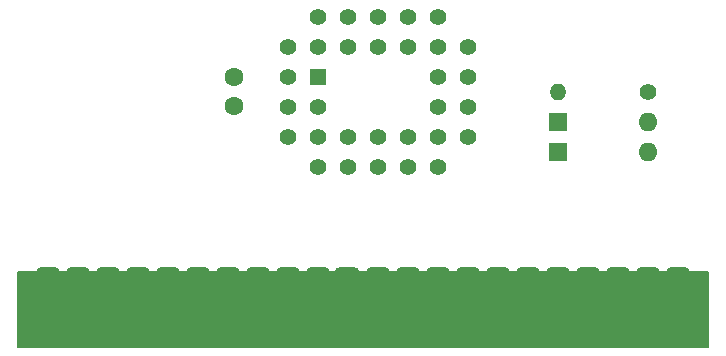
<source format=gbr>
%TF.GenerationSoftware,KiCad,Pcbnew,7.0.10*%
%TF.CreationDate,2024-01-06T19:25:44+00:00*%
%TF.ProjectId,v1a,7631612e-6b69-4636-9164-5f7063625858,rev?*%
%TF.SameCoordinates,Original*%
%TF.FileFunction,Soldermask,Bot*%
%TF.FilePolarity,Negative*%
%FSLAX46Y46*%
G04 Gerber Fmt 4.6, Leading zero omitted, Abs format (unit mm)*
G04 Created by KiCad (PCBNEW 7.0.10) date 2024-01-06 19:25:44*
%MOMM*%
%LPD*%
G01*
G04 APERTURE LIST*
G04 Aperture macros list*
%AMRoundRect*
0 Rectangle with rounded corners*
0 $1 Rounding radius*
0 $2 $3 $4 $5 $6 $7 $8 $9 X,Y pos of 4 corners*
0 Add a 4 corners polygon primitive as box body*
4,1,4,$2,$3,$4,$5,$6,$7,$8,$9,$2,$3,0*
0 Add four circle primitives for the rounded corners*
1,1,$1+$1,$2,$3*
1,1,$1+$1,$4,$5*
1,1,$1+$1,$6,$7*
1,1,$1+$1,$8,$9*
0 Add four rect primitives between the rounded corners*
20,1,$1+$1,$2,$3,$4,$5,0*
20,1,$1+$1,$4,$5,$6,$7,0*
20,1,$1+$1,$6,$7,$8,$9,0*
20,1,$1+$1,$8,$9,$2,$3,0*%
G04 Aperture macros list end*
%ADD10C,0.150000*%
%ADD11R,1.600000X1.600000*%
%ADD12O,1.600000X1.600000*%
%ADD13C,1.600000*%
%ADD14R,1.422400X1.422400*%
%ADD15C,1.422400*%
%ADD16RoundRect,0.508000X-0.508000X-2.464500X0.508000X-2.464500X0.508000X2.464500X-0.508000X2.464500X0*%
%ADD17RoundRect,0.508000X-0.508000X-2.468000X0.508000X-2.468000X0.508000X2.468000X-0.508000X2.468000X0*%
%ADD18RoundRect,0.539750X-0.539750X-2.436250X0.539750X-2.436250X0.539750X2.436250X-0.539750X2.436250X0*%
%ADD19C,1.400000*%
%ADD20O,1.400000X1.400000*%
G04 APERTURE END LIST*
D10*
X40640000Y-88900000D02*
X99060000Y-88900000D01*
X99060000Y-95250000D01*
X40640000Y-95250000D01*
X40640000Y-88900000D01*
G36*
X40640000Y-88900000D02*
G01*
X99060000Y-88900000D01*
X99060000Y-95250000D01*
X40640000Y-95250000D01*
X40640000Y-88900000D01*
G37*
D11*
%TO.C,D1*%
X86355000Y-78740000D03*
D12*
X93975000Y-78740000D03*
%TD*%
D13*
%TO.C,C1*%
X58928000Y-74890000D03*
X58928000Y-72390000D03*
%TD*%
D14*
%TO.C,U1*%
X66040000Y-72390000D03*
D15*
X63500000Y-74930000D03*
X66040000Y-74930000D03*
X63500000Y-77470000D03*
X66040000Y-80010000D03*
X66040000Y-77470000D03*
X68580000Y-80010000D03*
X68580000Y-77470000D03*
X71120000Y-80010000D03*
X71120000Y-77470000D03*
X73660000Y-80010000D03*
X73660000Y-77470000D03*
X76200000Y-80010000D03*
X78740000Y-77470000D03*
X76200000Y-77470000D03*
X78740000Y-74930000D03*
X76200000Y-74930000D03*
X78740000Y-72390000D03*
X76200000Y-72390000D03*
X78740000Y-69850000D03*
X76200000Y-67310000D03*
X76200000Y-69850000D03*
X73660000Y-67310000D03*
X73660000Y-69850000D03*
X71120000Y-67310000D03*
X71120000Y-69850000D03*
X68580000Y-67310000D03*
X68580000Y-69850000D03*
X66040000Y-67310000D03*
X63500000Y-69850000D03*
X66040000Y-69850000D03*
X63500000Y-72390000D03*
%TD*%
D11*
%TO.C,D2*%
X86355000Y-76200000D03*
D12*
X93975000Y-76200000D03*
%TD*%
D16*
%TO.C,J1*%
X43180000Y-91440000D03*
X45720000Y-91440000D03*
X48260000Y-91440000D03*
X50800000Y-91440000D03*
X53340000Y-91440000D03*
D17*
X55880000Y-91443500D03*
D16*
X58420000Y-91440000D03*
X60960000Y-91440000D03*
X63500000Y-91440000D03*
X66040000Y-91440000D03*
D18*
X68516500Y-91443500D03*
D16*
X71120000Y-91440000D03*
X73660000Y-91440000D03*
X76200000Y-91440000D03*
X78740000Y-91440000D03*
X81280000Y-91440000D03*
D17*
X83820000Y-91443500D03*
D16*
X86360000Y-91440000D03*
X88900000Y-91440000D03*
X91440000Y-91440000D03*
D17*
X93980000Y-91443500D03*
D16*
X96520000Y-91440000D03*
%TD*%
D19*
%TO.C,R1*%
X93975000Y-73660000D03*
D20*
X86355000Y-73660000D03*
%TD*%
M02*

</source>
